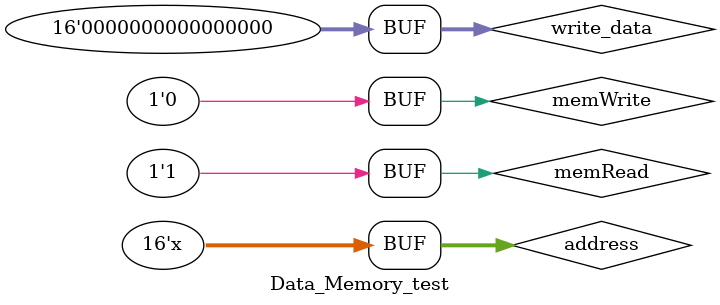
<source format=v>
`timescale 1ns / 1ps


module Data_Memory_test;

	// Inputs
	reg [15:0] address;
	reg [15:0] write_data;
	reg memWrite;
	reg memRead;

	// Outputs
	wire [15:0] read_data;

	// Instantiate the Unit Under Test (UUT)
	Data_Memory uut (
		.address(address), 
		.write_data(write_data), 
		.memWrite(memWrite), 
		.memRead(memRead), 
		.read_data(read_data)
	);

	initial begin
		// Initialize Inputs
		address = 0;
		write_data = 0;
		memWrite = 0;
		memRead = 1;

		// Wait 100 ns for global reset to finish
		#50;
      address = 0;
		memRead = 0;
		memWrite = 1;
		#50;
      address = 0;
		memRead = 1;
		memWrite = 0;
		// Add stimulus here

	end
   always #10 address = address + 2;   
endmodule


</source>
